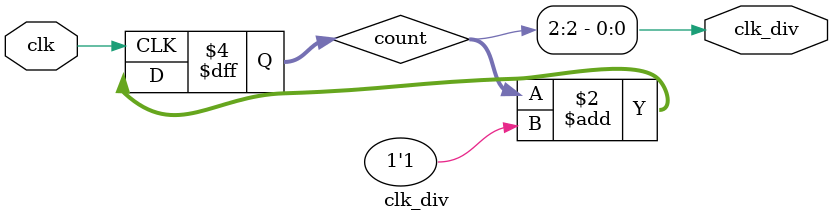
<source format=v>
`timescale 1ns / 1ps


module clk_div(
    input clk,
    output clk_div
    );
    
parameter BIT_SEL = 2;   
    
reg [25:0] count;
initial count = 0;

always @ ( posedge clk )
count <= count + 1'b1;

assign clk_div = count[BIT_SEL];
    
endmodule

</source>
